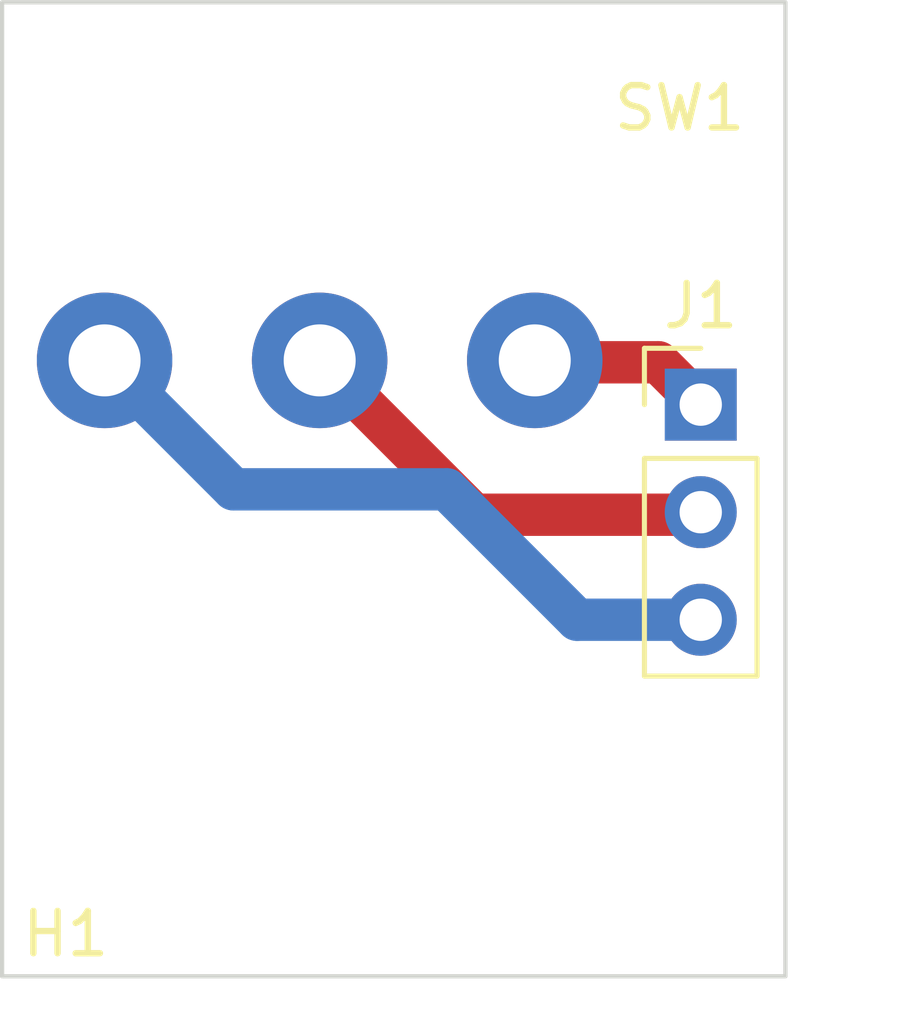
<source format=kicad_pcb>
(kicad_pcb (version 20211014) (generator pcbnew)
  (layers (0 "F.Cu" signal) (31 "B.Cu" signal) (34 "B.Paste" user) (35 "F.Paste" user) (36 "B.SilkS" user "B.Silkscreen") (37 "F.SilkS" user "F.Silkscreen") (38 "B.Mask" user) (39 "F.Mask" user) (44 "Edge.Cuts" user))
  (net 0 "")
  (net 1 "Net-(J1-Pad3)")
  (net 2 "Net-(J1-Pad1)")
  (net 3 "Net-(J1-Pad2)")
  (footprint "Connector_PinHeader_2.54mm:PinHeader_1x03_P2.54mm_Vertical" (layer "F.Cu") (at 136.5 69.5)
    (fp_text reference "J1" (at 0 -2.33) (layer "F.SilkS"))
    (fp_text value "Conn_01x03")
    (fp_line (start 1.33 1.27) (end 1.33 6.41) (layer "F.SilkS") (width 0.12))
    (fp_line (start -1.33 0) (end -1.33 -1.33) (layer "F.SilkS") (width 0.12))
    (fp_line (start -1.33 1.27) (end -1.33 6.41) (layer "F.SilkS") (width 0.12))
    (fp_line (start -1.33 -1.33) (end 0 -1.33) (layer "F.SilkS") (width 0.12))
    (fp_line (start -1.33 1.27) (end 1.33 1.27) (layer "F.SilkS") (width 0.12))
    (fp_line (start -1.33 6.41) (end 1.33 6.41) (layer "F.SilkS") (width 0.12))
    (pad "1" thru_hole rect (at 0 0) (size 1.7 1.7) (drill 1) (layers *.Cu *.Mask) (net 2 "Net-(J1-Pad1)"))
    (pad "2" thru_hole oval (at 0 2.54) (size 1.7 1.7) (drill 1) (layers *.Cu *.Mask) (net 3 "Net-(J1-Pad2)"))
    (pad "3" thru_hole oval (at 0 5.08) (size 1.7 1.7) (drill 1) (layers *.Cu *.Mask) (net 1 "Net-(J1-Pad3)"))
  )
  (footprint "MountingHole:MountingHole_5.3mm_M5" (layer "F.Cu") (at 127.5 77)
    (fp_text reference "H1" (at -6 5) (layer "F.SilkS"))
    (fp_text value "MountingHole")
    (pad "" np_thru_hole circle (at 0 0) (size 5.3 5.3) (drill 5.3) (layers *.Cu *.Mask))
  )
  (footprint "Limit_Switch_custom:SS075Q102F035V2A" (layer "F.Cu") (at 127.5 68.455)
    (fp_text reference "SW1" (at 8.5 -5.955 unlocked) (layer "F.SilkS"))
    (fp_text value "SW_SPDT")
    (pad "" np_thru_hole circle (at 3.25 -3.45) (size 2 2) (drill 2) (layers F&B.Cu *.Mask))
    (pad "" np_thru_hole circle (at -3.25 -3.45) (size 2 2) (drill 2) (layers F&B.Cu *.Mask))
    (pad "1" thru_hole circle (at 5.08 0) (size 3.2 3.2) (drill 1.7) (layers *.Cu *.Mask) (net 2 "Net-(J1-Pad1)"))
    (pad "2" thru_hole circle (at -5.08 0) (size 3.2 3.2) (drill 1.7) (layers *.Cu *.Mask) (net 1 "Net-(J1-Pad3)"))
    (pad "3" thru_hole circle (at 0 0) (size 3.2 3.2) (drill 1.7) (layers *.Cu *.Mask) (net 3 "Net-(J1-Pad2)"))
  )
  (gr_rect (start 120 60) (end 138.5 83) (layer "Edge.Cuts") (width 0.1) (fill none))
  (segment (start 136.5 74.58) (end 133.58 74.58) (width 1) (layer "B.Cu") (net 1))
  (segment (start 133.58 74.58) (end 130.5 71.5) (width 1) (layer "B.Cu") (net 1))
  (segment (start 125.465 71.5) (end 122.42 68.455) (width 1) (layer "B.Cu") (net 1))
  (segment (start 130.5 71.5) (end 125.465 71.5) (width 1) (layer "B.Cu") (net 1))
  (segment (start 136.5 69.5) (end 135.5 68.5) (width 1) (layer "F.Cu") (net 2))
  (segment (start 135.5 68.5) (end 132.625 68.5) (width 1) (layer "F.Cu") (net 2))
  (segment (start 132.625 68.5) (end 132.58 68.455) (width 1) (layer "F.Cu") (net 2))
  (segment (start 131.145 72.1) (end 127.5 68.455) (width 1) (layer "F.Cu") (net 3))
  (segment (start 136.5 72.04) (end 136.44 72.1) (width 1) (layer "F.Cu") (net 3))
  (segment (start 136.44 72.1) (end 131.145 72.1) (width 1) (layer "F.Cu") (net 3))
)
</source>
